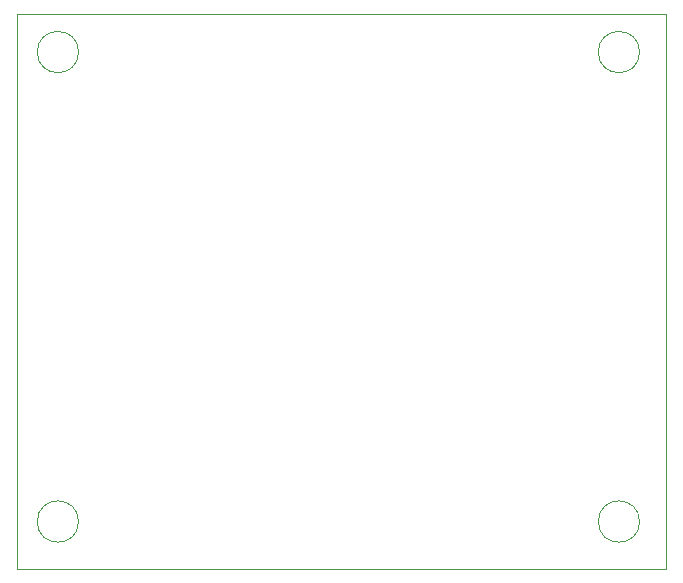
<source format=gbr>
%TF.GenerationSoftware,KiCad,Pcbnew,9.0.0*%
%TF.CreationDate,2025-03-31T22:17:34-07:00*%
%TF.ProjectId,DustBin_PCB,44757374-4269-46e5-9f50-43422e6b6963,rev?*%
%TF.SameCoordinates,Original*%
%TF.FileFunction,Profile,NP*%
%FSLAX46Y46*%
G04 Gerber Fmt 4.6, Leading zero omitted, Abs format (unit mm)*
G04 Created by KiCad (PCBNEW 9.0.0) date 2025-03-31 22:17:34*
%MOMM*%
%LPD*%
G01*
G04 APERTURE LIST*
%TA.AperFunction,Profile*%
%ADD10C,0.050000*%
%TD*%
G04 APERTURE END LIST*
D10*
X17000000Y-20000000D02*
X72000000Y-20000000D01*
X72000000Y-67000000D01*
X17000000Y-67000000D01*
X17000000Y-20000000D01*
X22250000Y-63000000D02*
G75*
G02*
X18750000Y-63000000I-1750000J0D01*
G01*
X18750000Y-63000000D02*
G75*
G02*
X22250000Y-63000000I1750000J0D01*
G01*
X22250000Y-23250000D02*
G75*
G02*
X18750000Y-23250000I-1750000J0D01*
G01*
X18750000Y-23250000D02*
G75*
G02*
X22250000Y-23250000I1750000J0D01*
G01*
X69750000Y-63000000D02*
G75*
G02*
X66250000Y-63000000I-1750000J0D01*
G01*
X66250000Y-63000000D02*
G75*
G02*
X69750000Y-63000000I1750000J0D01*
G01*
X69750000Y-23250000D02*
G75*
G02*
X66250000Y-23250000I-1750000J0D01*
G01*
X66250000Y-23250000D02*
G75*
G02*
X69750000Y-23250000I1750000J0D01*
G01*
M02*

</source>
